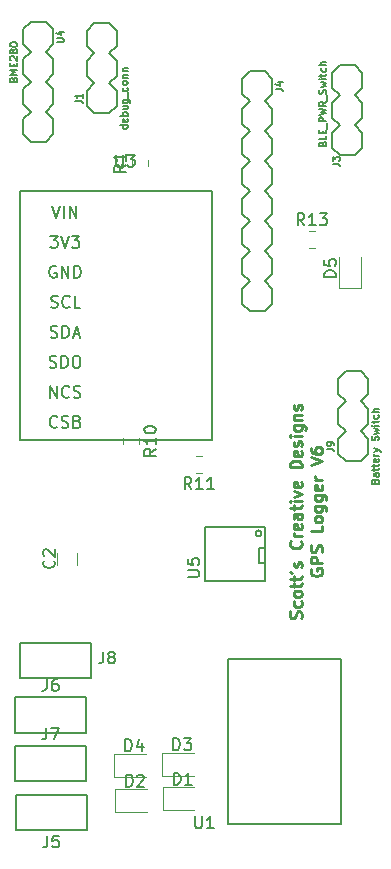
<source format=gbr>
G04 #@! TF.GenerationSoftware,KiCad,Pcbnew,(5.0.1)-rc2*
G04 #@! TF.CreationDate,2019-01-10T23:34:48-07:00*
G04 #@! TF.ProjectId,GPSLogger,4750534C6F676765722E6B696361645F,rev?*
G04 #@! TF.SameCoordinates,Original*
G04 #@! TF.FileFunction,Legend,Top*
G04 #@! TF.FilePolarity,Positive*
%FSLAX46Y46*%
G04 Gerber Fmt 4.6, Leading zero omitted, Abs format (unit mm)*
G04 Created by KiCad (PCBNEW (5.0.1)-rc2) date 1/10/2019 11:34:48 PM*
%MOMM*%
%LPD*%
G01*
G04 APERTURE LIST*
%ADD10C,0.250000*%
%ADD11C,0.120000*%
%ADD12C,0.150000*%
%ADD13C,0.203200*%
%ADD14C,0.127000*%
G04 APERTURE END LIST*
D10*
X157154761Y-77547619D02*
X157202380Y-77404761D01*
X157202380Y-77166666D01*
X157154761Y-77071428D01*
X157107142Y-77023809D01*
X157011904Y-76976190D01*
X156916666Y-76976190D01*
X156821428Y-77023809D01*
X156773809Y-77071428D01*
X156726190Y-77166666D01*
X156678571Y-77357142D01*
X156630952Y-77452380D01*
X156583333Y-77500000D01*
X156488095Y-77547619D01*
X156392857Y-77547619D01*
X156297619Y-77500000D01*
X156250000Y-77452380D01*
X156202380Y-77357142D01*
X156202380Y-77119047D01*
X156250000Y-76976190D01*
X157154761Y-76119047D02*
X157202380Y-76214285D01*
X157202380Y-76404761D01*
X157154761Y-76500000D01*
X157107142Y-76547619D01*
X157011904Y-76595238D01*
X156726190Y-76595238D01*
X156630952Y-76547619D01*
X156583333Y-76500000D01*
X156535714Y-76404761D01*
X156535714Y-76214285D01*
X156583333Y-76119047D01*
X157202380Y-75547619D02*
X157154761Y-75642857D01*
X157107142Y-75690476D01*
X157011904Y-75738095D01*
X156726190Y-75738095D01*
X156630952Y-75690476D01*
X156583333Y-75642857D01*
X156535714Y-75547619D01*
X156535714Y-75404761D01*
X156583333Y-75309523D01*
X156630952Y-75261904D01*
X156726190Y-75214285D01*
X157011904Y-75214285D01*
X157107142Y-75261904D01*
X157154761Y-75309523D01*
X157202380Y-75404761D01*
X157202380Y-75547619D01*
X156535714Y-74928571D02*
X156535714Y-74547619D01*
X156202380Y-74785714D02*
X157059523Y-74785714D01*
X157154761Y-74738095D01*
X157202380Y-74642857D01*
X157202380Y-74547619D01*
X156535714Y-74357142D02*
X156535714Y-73976190D01*
X156202380Y-74214285D02*
X157059523Y-74214285D01*
X157154761Y-74166666D01*
X157202380Y-74071428D01*
X157202380Y-73976190D01*
X156202380Y-73595238D02*
X156392857Y-73690476D01*
X157154761Y-73214285D02*
X157202380Y-73119047D01*
X157202380Y-72928571D01*
X157154761Y-72833333D01*
X157059523Y-72785714D01*
X157011904Y-72785714D01*
X156916666Y-72833333D01*
X156869047Y-72928571D01*
X156869047Y-73071428D01*
X156821428Y-73166666D01*
X156726190Y-73214285D01*
X156678571Y-73214285D01*
X156583333Y-73166666D01*
X156535714Y-73071428D01*
X156535714Y-72928571D01*
X156583333Y-72833333D01*
X157107142Y-71023809D02*
X157154761Y-71071428D01*
X157202380Y-71214285D01*
X157202380Y-71309523D01*
X157154761Y-71452380D01*
X157059523Y-71547619D01*
X156964285Y-71595238D01*
X156773809Y-71642857D01*
X156630952Y-71642857D01*
X156440476Y-71595238D01*
X156345238Y-71547619D01*
X156250000Y-71452380D01*
X156202380Y-71309523D01*
X156202380Y-71214285D01*
X156250000Y-71071428D01*
X156297619Y-71023809D01*
X157202380Y-70595238D02*
X156535714Y-70595238D01*
X156726190Y-70595238D02*
X156630952Y-70547619D01*
X156583333Y-70500000D01*
X156535714Y-70404761D01*
X156535714Y-70309523D01*
X157154761Y-69595238D02*
X157202380Y-69690476D01*
X157202380Y-69880952D01*
X157154761Y-69976190D01*
X157059523Y-70023809D01*
X156678571Y-70023809D01*
X156583333Y-69976190D01*
X156535714Y-69880952D01*
X156535714Y-69690476D01*
X156583333Y-69595238D01*
X156678571Y-69547619D01*
X156773809Y-69547619D01*
X156869047Y-70023809D01*
X157202380Y-68690476D02*
X156678571Y-68690476D01*
X156583333Y-68738095D01*
X156535714Y-68833333D01*
X156535714Y-69023809D01*
X156583333Y-69119047D01*
X157154761Y-68690476D02*
X157202380Y-68785714D01*
X157202380Y-69023809D01*
X157154761Y-69119047D01*
X157059523Y-69166666D01*
X156964285Y-69166666D01*
X156869047Y-69119047D01*
X156821428Y-69023809D01*
X156821428Y-68785714D01*
X156773809Y-68690476D01*
X156535714Y-68357142D02*
X156535714Y-67976190D01*
X156202380Y-68214285D02*
X157059523Y-68214285D01*
X157154761Y-68166666D01*
X157202380Y-68071428D01*
X157202380Y-67976190D01*
X157202380Y-67642857D02*
X156535714Y-67642857D01*
X156202380Y-67642857D02*
X156250000Y-67690476D01*
X156297619Y-67642857D01*
X156250000Y-67595238D01*
X156202380Y-67642857D01*
X156297619Y-67642857D01*
X156535714Y-67261904D02*
X157202380Y-67023809D01*
X156535714Y-66785714D01*
X157154761Y-66023809D02*
X157202380Y-66119047D01*
X157202380Y-66309523D01*
X157154761Y-66404761D01*
X157059523Y-66452380D01*
X156678571Y-66452380D01*
X156583333Y-66404761D01*
X156535714Y-66309523D01*
X156535714Y-66119047D01*
X156583333Y-66023809D01*
X156678571Y-65976190D01*
X156773809Y-65976190D01*
X156869047Y-66452380D01*
X157202380Y-64785714D02*
X156202380Y-64785714D01*
X156202380Y-64547619D01*
X156250000Y-64404761D01*
X156345238Y-64309523D01*
X156440476Y-64261904D01*
X156630952Y-64214285D01*
X156773809Y-64214285D01*
X156964285Y-64261904D01*
X157059523Y-64309523D01*
X157154761Y-64404761D01*
X157202380Y-64547619D01*
X157202380Y-64785714D01*
X157154761Y-63404761D02*
X157202380Y-63500000D01*
X157202380Y-63690476D01*
X157154761Y-63785714D01*
X157059523Y-63833333D01*
X156678571Y-63833333D01*
X156583333Y-63785714D01*
X156535714Y-63690476D01*
X156535714Y-63500000D01*
X156583333Y-63404761D01*
X156678571Y-63357142D01*
X156773809Y-63357142D01*
X156869047Y-63833333D01*
X157154761Y-62976190D02*
X157202380Y-62880952D01*
X157202380Y-62690476D01*
X157154761Y-62595238D01*
X157059523Y-62547619D01*
X157011904Y-62547619D01*
X156916666Y-62595238D01*
X156869047Y-62690476D01*
X156869047Y-62833333D01*
X156821428Y-62928571D01*
X156726190Y-62976190D01*
X156678571Y-62976190D01*
X156583333Y-62928571D01*
X156535714Y-62833333D01*
X156535714Y-62690476D01*
X156583333Y-62595238D01*
X157202380Y-62119047D02*
X156535714Y-62119047D01*
X156202380Y-62119047D02*
X156250000Y-62166666D01*
X156297619Y-62119047D01*
X156250000Y-62071428D01*
X156202380Y-62119047D01*
X156297619Y-62119047D01*
X156535714Y-61214285D02*
X157345238Y-61214285D01*
X157440476Y-61261904D01*
X157488095Y-61309523D01*
X157535714Y-61404761D01*
X157535714Y-61547619D01*
X157488095Y-61642857D01*
X157154761Y-61214285D02*
X157202380Y-61309523D01*
X157202380Y-61500000D01*
X157154761Y-61595238D01*
X157107142Y-61642857D01*
X157011904Y-61690476D01*
X156726190Y-61690476D01*
X156630952Y-61642857D01*
X156583333Y-61595238D01*
X156535714Y-61500000D01*
X156535714Y-61309523D01*
X156583333Y-61214285D01*
X156535714Y-60738095D02*
X157202380Y-60738095D01*
X156630952Y-60738095D02*
X156583333Y-60690476D01*
X156535714Y-60595238D01*
X156535714Y-60452380D01*
X156583333Y-60357142D01*
X156678571Y-60309523D01*
X157202380Y-60309523D01*
X157154761Y-59880952D02*
X157202380Y-59785714D01*
X157202380Y-59595238D01*
X157154761Y-59500000D01*
X157059523Y-59452380D01*
X157011904Y-59452380D01*
X156916666Y-59500000D01*
X156869047Y-59595238D01*
X156869047Y-59738095D01*
X156821428Y-59833333D01*
X156726190Y-59880952D01*
X156678571Y-59880952D01*
X156583333Y-59833333D01*
X156535714Y-59738095D01*
X156535714Y-59595238D01*
X156583333Y-59500000D01*
X158000000Y-73380952D02*
X157952380Y-73476190D01*
X157952380Y-73619047D01*
X158000000Y-73761904D01*
X158095238Y-73857142D01*
X158190476Y-73904761D01*
X158380952Y-73952380D01*
X158523809Y-73952380D01*
X158714285Y-73904761D01*
X158809523Y-73857142D01*
X158904761Y-73761904D01*
X158952380Y-73619047D01*
X158952380Y-73523809D01*
X158904761Y-73380952D01*
X158857142Y-73333333D01*
X158523809Y-73333333D01*
X158523809Y-73523809D01*
X158952380Y-72904761D02*
X157952380Y-72904761D01*
X157952380Y-72523809D01*
X158000000Y-72428571D01*
X158047619Y-72380952D01*
X158142857Y-72333333D01*
X158285714Y-72333333D01*
X158380952Y-72380952D01*
X158428571Y-72428571D01*
X158476190Y-72523809D01*
X158476190Y-72904761D01*
X158904761Y-71952380D02*
X158952380Y-71809523D01*
X158952380Y-71571428D01*
X158904761Y-71476190D01*
X158857142Y-71428571D01*
X158761904Y-71380952D01*
X158666666Y-71380952D01*
X158571428Y-71428571D01*
X158523809Y-71476190D01*
X158476190Y-71571428D01*
X158428571Y-71761904D01*
X158380952Y-71857142D01*
X158333333Y-71904761D01*
X158238095Y-71952380D01*
X158142857Y-71952380D01*
X158047619Y-71904761D01*
X158000000Y-71857142D01*
X157952380Y-71761904D01*
X157952380Y-71523809D01*
X158000000Y-71380952D01*
X158952380Y-69714285D02*
X158952380Y-70190476D01*
X157952380Y-70190476D01*
X158952380Y-69238095D02*
X158904761Y-69333333D01*
X158857142Y-69380952D01*
X158761904Y-69428571D01*
X158476190Y-69428571D01*
X158380952Y-69380952D01*
X158333333Y-69333333D01*
X158285714Y-69238095D01*
X158285714Y-69095238D01*
X158333333Y-69000000D01*
X158380952Y-68952380D01*
X158476190Y-68904761D01*
X158761904Y-68904761D01*
X158857142Y-68952380D01*
X158904761Y-69000000D01*
X158952380Y-69095238D01*
X158952380Y-69238095D01*
X158285714Y-68047619D02*
X159095238Y-68047619D01*
X159190476Y-68095238D01*
X159238095Y-68142857D01*
X159285714Y-68238095D01*
X159285714Y-68380952D01*
X159238095Y-68476190D01*
X158904761Y-68047619D02*
X158952380Y-68142857D01*
X158952380Y-68333333D01*
X158904761Y-68428571D01*
X158857142Y-68476190D01*
X158761904Y-68523809D01*
X158476190Y-68523809D01*
X158380952Y-68476190D01*
X158333333Y-68428571D01*
X158285714Y-68333333D01*
X158285714Y-68142857D01*
X158333333Y-68047619D01*
X158285714Y-67142857D02*
X159095238Y-67142857D01*
X159190476Y-67190476D01*
X159238095Y-67238095D01*
X159285714Y-67333333D01*
X159285714Y-67476190D01*
X159238095Y-67571428D01*
X158904761Y-67142857D02*
X158952380Y-67238095D01*
X158952380Y-67428571D01*
X158904761Y-67523809D01*
X158857142Y-67571428D01*
X158761904Y-67619047D01*
X158476190Y-67619047D01*
X158380952Y-67571428D01*
X158333333Y-67523809D01*
X158285714Y-67428571D01*
X158285714Y-67238095D01*
X158333333Y-67142857D01*
X158904761Y-66285714D02*
X158952380Y-66380952D01*
X158952380Y-66571428D01*
X158904761Y-66666666D01*
X158809523Y-66714285D01*
X158428571Y-66714285D01*
X158333333Y-66666666D01*
X158285714Y-66571428D01*
X158285714Y-66380952D01*
X158333333Y-66285714D01*
X158428571Y-66238095D01*
X158523809Y-66238095D01*
X158619047Y-66714285D01*
X158952380Y-65809523D02*
X158285714Y-65809523D01*
X158476190Y-65809523D02*
X158380952Y-65761904D01*
X158333333Y-65714285D01*
X158285714Y-65619047D01*
X158285714Y-65523809D01*
X157952380Y-64571428D02*
X158952380Y-64238095D01*
X157952380Y-63904761D01*
X157952380Y-63142857D02*
X157952380Y-63333333D01*
X158000000Y-63428571D01*
X158047619Y-63476190D01*
X158190476Y-63571428D01*
X158380952Y-63619047D01*
X158761904Y-63619047D01*
X158857142Y-63571428D01*
X158904761Y-63523809D01*
X158952380Y-63428571D01*
X158952380Y-63238095D01*
X158904761Y-63142857D01*
X158857142Y-63095238D01*
X158761904Y-63047619D01*
X158523809Y-63047619D01*
X158428571Y-63095238D01*
X158380952Y-63142857D01*
X158333333Y-63238095D01*
X158333333Y-63428571D01*
X158380952Y-63523809D01*
X158428571Y-63571428D01*
X158523809Y-63619047D01*
D11*
G04 #@! TO.C,D3*
X148066000Y-88956000D02*
X145381000Y-88956000D01*
X145381000Y-88956000D02*
X145381000Y-90876000D01*
X145381000Y-90876000D02*
X148066000Y-90876000D01*
D12*
G04 #@! TO.C,J8*
X139325000Y-82650000D02*
X139325000Y-79650000D01*
X133325000Y-82650000D02*
X139325000Y-82650000D01*
X133325000Y-79650000D02*
X133325000Y-82650000D01*
X139325000Y-79650000D02*
X133325000Y-79650000D01*
D11*
G04 #@! TO.C,C2*
X138200500Y-73001000D02*
X138200500Y-72001000D01*
X136500500Y-72001000D02*
X136500500Y-73001000D01*
D13*
G04 #@! TO.C,J1*
X139636500Y-29718000D02*
X139001500Y-29083000D01*
X139001500Y-29083000D02*
X139001500Y-27813000D01*
X139001500Y-27813000D02*
X139636500Y-27178000D01*
X140906500Y-27178000D02*
X141541500Y-27813000D01*
X141541500Y-27813000D02*
X141541500Y-29083000D01*
X141541500Y-29083000D02*
X140906500Y-29718000D01*
X139001500Y-34163000D02*
X139001500Y-32893000D01*
X139001500Y-32893000D02*
X139636500Y-32258000D01*
X140906500Y-32258000D02*
X141541500Y-32893000D01*
X139636500Y-32258000D02*
X139001500Y-31623000D01*
X139001500Y-31623000D02*
X139001500Y-30353000D01*
X139001500Y-30353000D02*
X139636500Y-29718000D01*
X140906500Y-29718000D02*
X141541500Y-30353000D01*
X141541500Y-30353000D02*
X141541500Y-31623000D01*
X141541500Y-31623000D02*
X140906500Y-32258000D01*
X139636500Y-34798000D02*
X140906500Y-34798000D01*
X139001500Y-34163000D02*
X139636500Y-34798000D01*
X140906500Y-34798000D02*
X141541500Y-34163000D01*
X141541500Y-32893000D02*
X141541500Y-34163000D01*
X139636500Y-27178000D02*
X140906500Y-27178000D01*
G04 #@! TO.C,J3*
X160401000Y-30734000D02*
X161671000Y-30734000D01*
X162306000Y-36449000D02*
X162306000Y-37719000D01*
X161671000Y-38354000D02*
X162306000Y-37719000D01*
X159766000Y-37719000D02*
X160401000Y-38354000D01*
X160401000Y-38354000D02*
X161671000Y-38354000D01*
X162306000Y-35179000D02*
X161671000Y-35814000D01*
X162306000Y-33909000D02*
X162306000Y-35179000D01*
X161671000Y-33274000D02*
X162306000Y-33909000D01*
X159766000Y-33909000D02*
X160401000Y-33274000D01*
X159766000Y-35179000D02*
X159766000Y-33909000D01*
X160401000Y-35814000D02*
X159766000Y-35179000D01*
X161671000Y-35814000D02*
X162306000Y-36449000D01*
X159766000Y-36449000D02*
X160401000Y-35814000D01*
X159766000Y-37719000D02*
X159766000Y-36449000D01*
X162306000Y-32639000D02*
X161671000Y-33274000D01*
X162306000Y-31369000D02*
X162306000Y-32639000D01*
X161671000Y-30734000D02*
X162306000Y-31369000D01*
X159766000Y-31369000D02*
X160401000Y-30734000D01*
X159766000Y-32639000D02*
X159766000Y-31369000D01*
X160401000Y-33274000D02*
X159766000Y-32639000D01*
G04 #@! TO.C,J4*
X152146000Y-50927000D02*
X152146000Y-49657000D01*
X152781000Y-49022000D02*
X152146000Y-49657000D01*
X154686000Y-49657000D02*
X154051000Y-49022000D01*
X152781000Y-51562000D02*
X152146000Y-50927000D01*
X154051000Y-51562000D02*
X152781000Y-51562000D01*
X154686000Y-50927000D02*
X154051000Y-51562000D01*
X154686000Y-49657000D02*
X154686000Y-50927000D01*
X152146000Y-33147000D02*
X152146000Y-31877000D01*
X152781000Y-31242000D02*
X152146000Y-31877000D01*
X154686000Y-31877000D02*
X154051000Y-31242000D01*
X154051000Y-31242000D02*
X152781000Y-31242000D01*
X152146000Y-34417000D02*
X152781000Y-33782000D01*
X152146000Y-35687000D02*
X152146000Y-34417000D01*
X152781000Y-36322000D02*
X152146000Y-35687000D01*
X154686000Y-35687000D02*
X154051000Y-36322000D01*
X154686000Y-34417000D02*
X154686000Y-35687000D01*
X154051000Y-33782000D02*
X154686000Y-34417000D01*
X152781000Y-33782000D02*
X152146000Y-33147000D01*
X154686000Y-33147000D02*
X154051000Y-33782000D01*
X154686000Y-31877000D02*
X154686000Y-33147000D01*
X152146000Y-40767000D02*
X152146000Y-39497000D01*
X152781000Y-38862000D02*
X152146000Y-39497000D01*
X154686000Y-39497000D02*
X154051000Y-38862000D01*
X152146000Y-36957000D02*
X152781000Y-36322000D01*
X152146000Y-38227000D02*
X152146000Y-36957000D01*
X152781000Y-38862000D02*
X152146000Y-38227000D01*
X154686000Y-38227000D02*
X154051000Y-38862000D01*
X154686000Y-36957000D02*
X154686000Y-38227000D01*
X154051000Y-36322000D02*
X154686000Y-36957000D01*
X152146000Y-42037000D02*
X152781000Y-41402000D01*
X152146000Y-43307000D02*
X152146000Y-42037000D01*
X152781000Y-43942000D02*
X152146000Y-43307000D01*
X154686000Y-43307000D02*
X154051000Y-43942000D01*
X154686000Y-42037000D02*
X154686000Y-43307000D01*
X154051000Y-41402000D02*
X154686000Y-42037000D01*
X152781000Y-41402000D02*
X152146000Y-40767000D01*
X154686000Y-40767000D02*
X154051000Y-41402000D01*
X154686000Y-39497000D02*
X154686000Y-40767000D01*
X152146000Y-48387000D02*
X152146000Y-47117000D01*
X152781000Y-46482000D02*
X152146000Y-47117000D01*
X154686000Y-47117000D02*
X154051000Y-46482000D01*
X152146000Y-44577000D02*
X152781000Y-43942000D01*
X152146000Y-45847000D02*
X152146000Y-44577000D01*
X152781000Y-46482000D02*
X152146000Y-45847000D01*
X154686000Y-45847000D02*
X154051000Y-46482000D01*
X154686000Y-44577000D02*
X154686000Y-45847000D01*
X154051000Y-43942000D02*
X154686000Y-44577000D01*
X152781000Y-49022000D02*
X152146000Y-48387000D01*
X154686000Y-48387000D02*
X154051000Y-49022000D01*
X154686000Y-47117000D02*
X154686000Y-48387000D01*
G04 #@! TO.C,J9*
X160909000Y-59182000D02*
X160274000Y-58547000D01*
X160274000Y-58547000D02*
X160274000Y-57277000D01*
X160274000Y-57277000D02*
X160909000Y-56642000D01*
X162179000Y-56642000D02*
X162814000Y-57277000D01*
X162814000Y-57277000D02*
X162814000Y-58547000D01*
X162814000Y-58547000D02*
X162179000Y-59182000D01*
X160274000Y-63627000D02*
X160274000Y-62357000D01*
X160274000Y-62357000D02*
X160909000Y-61722000D01*
X162179000Y-61722000D02*
X162814000Y-62357000D01*
X160909000Y-61722000D02*
X160274000Y-61087000D01*
X160274000Y-61087000D02*
X160274000Y-59817000D01*
X160274000Y-59817000D02*
X160909000Y-59182000D01*
X162179000Y-59182000D02*
X162814000Y-59817000D01*
X162814000Y-59817000D02*
X162814000Y-61087000D01*
X162814000Y-61087000D02*
X162179000Y-61722000D01*
X160909000Y-64262000D02*
X162179000Y-64262000D01*
X160274000Y-63627000D02*
X160909000Y-64262000D01*
X162179000Y-64262000D02*
X162814000Y-63627000D01*
X162814000Y-62357000D02*
X162814000Y-63627000D01*
X160909000Y-56642000D02*
X162179000Y-56642000D01*
G04 #@! TO.C,U4*
X136144000Y-35306000D02*
X136144000Y-36576000D01*
X136144000Y-36576000D02*
X135509000Y-37211000D01*
X134239000Y-37211000D02*
X133604000Y-36576000D01*
X135509000Y-32131000D02*
X136144000Y-32766000D01*
X136144000Y-32766000D02*
X136144000Y-34036000D01*
X136144000Y-34036000D02*
X135509000Y-34671000D01*
X134239000Y-34671000D02*
X133604000Y-34036000D01*
X133604000Y-34036000D02*
X133604000Y-32766000D01*
X133604000Y-32766000D02*
X134239000Y-32131000D01*
X136144000Y-35306000D02*
X135509000Y-34671000D01*
X134239000Y-34671000D02*
X133604000Y-35306000D01*
X133604000Y-36576000D02*
X133604000Y-35306000D01*
X136144000Y-27686000D02*
X136144000Y-28956000D01*
X136144000Y-28956000D02*
X135509000Y-29591000D01*
X134239000Y-29591000D02*
X133604000Y-28956000D01*
X135509000Y-29591000D02*
X136144000Y-30226000D01*
X136144000Y-30226000D02*
X136144000Y-31496000D01*
X136144000Y-31496000D02*
X135509000Y-32131000D01*
X134239000Y-32131000D02*
X133604000Y-31496000D01*
X133604000Y-31496000D02*
X133604000Y-30226000D01*
X133604000Y-30226000D02*
X134239000Y-29591000D01*
X135509000Y-27051000D02*
X134239000Y-27051000D01*
X136144000Y-27686000D02*
X135509000Y-27051000D01*
X134239000Y-27051000D02*
X133604000Y-27686000D01*
X133604000Y-28956000D02*
X133604000Y-27686000D01*
X135509000Y-37211000D02*
X134239000Y-37211000D01*
D12*
G04 #@! TO.C,U3*
X133350000Y-62484000D02*
X133350000Y-41484000D01*
X133350000Y-41402000D02*
X149606000Y-41402000D01*
X149606000Y-41484000D02*
X149606000Y-62484000D01*
X149550000Y-62484000D02*
X133350000Y-62484000D01*
G04 #@! TO.C,U5*
X153543000Y-71628000D02*
X154051000Y-71628000D01*
X153543000Y-72898000D02*
X153543000Y-71628000D01*
X154051000Y-72898000D02*
X153543000Y-72898000D01*
X154051000Y-69850000D02*
X154051000Y-74422000D01*
X148971000Y-69850000D02*
X154051000Y-69850000D01*
X148971000Y-74422000D02*
X148971000Y-69850000D01*
X154051000Y-74422000D02*
X148971000Y-74422000D01*
X153797000Y-70358000D02*
G75*
G03X153797000Y-70358000I-254000J0D01*
G01*
G04 #@! TO.C,U1*
X160528000Y-80996000D02*
X150928000Y-80996000D01*
X150928000Y-80996000D02*
X150928000Y-94996000D01*
X160528000Y-94996000D02*
X160528000Y-80996000D01*
X160528000Y-94996000D02*
X150928000Y-94996000D01*
D11*
G04 #@! TO.C,D1*
X148109000Y-91877000D02*
X145424000Y-91877000D01*
X145424000Y-91877000D02*
X145424000Y-93797000D01*
X145424000Y-93797000D02*
X148109000Y-93797000D01*
G04 #@! TO.C,D2*
X141377500Y-93960000D02*
X144062500Y-93960000D01*
X141377500Y-92040000D02*
X141377500Y-93960000D01*
X144062500Y-92040000D02*
X141377500Y-92040000D01*
G04 #@! TO.C,D4*
X144000000Y-89040000D02*
X141315000Y-89040000D01*
X141315000Y-89040000D02*
X141315000Y-90960000D01*
X141315000Y-90960000D02*
X144000000Y-90960000D01*
G04 #@! TO.C,D5*
X162250000Y-49612500D02*
X162250000Y-46927500D01*
X160330000Y-49612500D02*
X162250000Y-49612500D01*
X160330000Y-46927500D02*
X160330000Y-49612500D01*
G04 #@! TO.C,R1*
X142800000Y-39296078D02*
X142800000Y-38778922D01*
X144220000Y-39296078D02*
X144220000Y-38778922D01*
G04 #@! TO.C,R10*
X143458000Y-62303922D02*
X143458000Y-62821078D01*
X142038000Y-62303922D02*
X142038000Y-62821078D01*
G04 #@! TO.C,R11*
X148770078Y-63806000D02*
X148252922Y-63806000D01*
X148770078Y-65226000D02*
X148252922Y-65226000D01*
G04 #@! TO.C,R13*
X157807922Y-46176000D02*
X158325078Y-46176000D01*
X157807922Y-44756000D02*
X158325078Y-44756000D01*
D12*
G04 #@! TO.C,J5*
X133000000Y-95500000D02*
X139000000Y-95500000D01*
X139000000Y-95500000D02*
X139000000Y-92500000D01*
X139000000Y-92500000D02*
X133000000Y-92500000D01*
X133000000Y-92500000D02*
X133000000Y-95500000D01*
G04 #@! TO.C,J6*
X138950000Y-87250000D02*
X138950000Y-84250000D01*
X132950000Y-87250000D02*
X138950000Y-87250000D01*
X132950000Y-84250000D02*
X132950000Y-87250000D01*
X138950000Y-84250000D02*
X132950000Y-84250000D01*
G04 #@! TO.C,J7*
X138925000Y-88350000D02*
X132925000Y-88350000D01*
X132925000Y-88350000D02*
X132925000Y-91350000D01*
X132925000Y-91350000D02*
X138925000Y-91350000D01*
X138925000Y-91350000D02*
X138925000Y-88350000D01*
G04 #@! TO.C,D3*
X146327904Y-88718380D02*
X146327904Y-87718380D01*
X146566000Y-87718380D01*
X146708857Y-87766000D01*
X146804095Y-87861238D01*
X146851714Y-87956476D01*
X146899333Y-88146952D01*
X146899333Y-88289809D01*
X146851714Y-88480285D01*
X146804095Y-88575523D01*
X146708857Y-88670761D01*
X146566000Y-88718380D01*
X146327904Y-88718380D01*
X147232666Y-87718380D02*
X147851714Y-87718380D01*
X147518380Y-88099333D01*
X147661238Y-88099333D01*
X147756476Y-88146952D01*
X147804095Y-88194571D01*
X147851714Y-88289809D01*
X147851714Y-88527904D01*
X147804095Y-88623142D01*
X147756476Y-88670761D01*
X147661238Y-88718380D01*
X147375523Y-88718380D01*
X147280285Y-88670761D01*
X147232666Y-88623142D01*
G04 #@! TO.C,J8*
X140388666Y-80372380D02*
X140388666Y-81086666D01*
X140341047Y-81229523D01*
X140245809Y-81324761D01*
X140102952Y-81372380D01*
X140007714Y-81372380D01*
X141007714Y-80800952D02*
X140912476Y-80753333D01*
X140864857Y-80705714D01*
X140817238Y-80610476D01*
X140817238Y-80562857D01*
X140864857Y-80467619D01*
X140912476Y-80420000D01*
X141007714Y-80372380D01*
X141198190Y-80372380D01*
X141293428Y-80420000D01*
X141341047Y-80467619D01*
X141388666Y-80562857D01*
X141388666Y-80610476D01*
X141341047Y-80705714D01*
X141293428Y-80753333D01*
X141198190Y-80800952D01*
X141007714Y-80800952D01*
X140912476Y-80848571D01*
X140864857Y-80896190D01*
X140817238Y-80991428D01*
X140817238Y-81181904D01*
X140864857Y-81277142D01*
X140912476Y-81324761D01*
X141007714Y-81372380D01*
X141198190Y-81372380D01*
X141293428Y-81324761D01*
X141341047Y-81277142D01*
X141388666Y-81181904D01*
X141388666Y-80991428D01*
X141341047Y-80896190D01*
X141293428Y-80848571D01*
X141198190Y-80800952D01*
G04 #@! TO.C,C2*
X136207642Y-72667666D02*
X136255261Y-72715285D01*
X136302880Y-72858142D01*
X136302880Y-72953380D01*
X136255261Y-73096238D01*
X136160023Y-73191476D01*
X136064785Y-73239095D01*
X135874309Y-73286714D01*
X135731452Y-73286714D01*
X135540976Y-73239095D01*
X135445738Y-73191476D01*
X135350500Y-73096238D01*
X135302880Y-72953380D01*
X135302880Y-72858142D01*
X135350500Y-72715285D01*
X135398119Y-72667666D01*
X135398119Y-72286714D02*
X135350500Y-72239095D01*
X135302880Y-72143857D01*
X135302880Y-71905761D01*
X135350500Y-71810523D01*
X135398119Y-71762904D01*
X135493357Y-71715285D01*
X135588595Y-71715285D01*
X135731452Y-71762904D01*
X136302880Y-72334333D01*
X136302880Y-71715285D01*
G04 #@! TO.C,J1*
D14*
X138032671Y-33731200D02*
X138468100Y-33731200D01*
X138555185Y-33760228D01*
X138613242Y-33818285D01*
X138642271Y-33905371D01*
X138642271Y-33963428D01*
X138642271Y-33121600D02*
X138642271Y-33469942D01*
X138642271Y-33295771D02*
X138032671Y-33295771D01*
X138119757Y-33353828D01*
X138177814Y-33411885D01*
X138206842Y-33469942D01*
X142452271Y-35806742D02*
X141842671Y-35806742D01*
X142423242Y-35806742D02*
X142452271Y-35864800D01*
X142452271Y-35980914D01*
X142423242Y-36038971D01*
X142394214Y-36068000D01*
X142336157Y-36097028D01*
X142161985Y-36097028D01*
X142103928Y-36068000D01*
X142074900Y-36038971D01*
X142045871Y-35980914D01*
X142045871Y-35864800D01*
X142074900Y-35806742D01*
X142423242Y-35284228D02*
X142452271Y-35342285D01*
X142452271Y-35458400D01*
X142423242Y-35516457D01*
X142365185Y-35545485D01*
X142132957Y-35545485D01*
X142074900Y-35516457D01*
X142045871Y-35458400D01*
X142045871Y-35342285D01*
X142074900Y-35284228D01*
X142132957Y-35255200D01*
X142191014Y-35255200D01*
X142249071Y-35545485D01*
X142452271Y-34993942D02*
X141842671Y-34993942D01*
X142074900Y-34993942D02*
X142045871Y-34935885D01*
X142045871Y-34819771D01*
X142074900Y-34761714D01*
X142103928Y-34732685D01*
X142161985Y-34703657D01*
X142336157Y-34703657D01*
X142394214Y-34732685D01*
X142423242Y-34761714D01*
X142452271Y-34819771D01*
X142452271Y-34935885D01*
X142423242Y-34993942D01*
X142045871Y-34181142D02*
X142452271Y-34181142D01*
X142045871Y-34442400D02*
X142365185Y-34442400D01*
X142423242Y-34413371D01*
X142452271Y-34355314D01*
X142452271Y-34268228D01*
X142423242Y-34210171D01*
X142394214Y-34181142D01*
X142045871Y-33629600D02*
X142539357Y-33629600D01*
X142597414Y-33658628D01*
X142626442Y-33687657D01*
X142655471Y-33745714D01*
X142655471Y-33832800D01*
X142626442Y-33890857D01*
X142423242Y-33629600D02*
X142452271Y-33687657D01*
X142452271Y-33803771D01*
X142423242Y-33861828D01*
X142394214Y-33890857D01*
X142336157Y-33919885D01*
X142161985Y-33919885D01*
X142103928Y-33890857D01*
X142074900Y-33861828D01*
X142045871Y-33803771D01*
X142045871Y-33687657D01*
X142074900Y-33629600D01*
X142510328Y-33484457D02*
X142510328Y-33020000D01*
X142423242Y-32613600D02*
X142452271Y-32671657D01*
X142452271Y-32787771D01*
X142423242Y-32845828D01*
X142394214Y-32874857D01*
X142336157Y-32903885D01*
X142161985Y-32903885D01*
X142103928Y-32874857D01*
X142074900Y-32845828D01*
X142045871Y-32787771D01*
X142045871Y-32671657D01*
X142074900Y-32613600D01*
X142452271Y-32265257D02*
X142423242Y-32323314D01*
X142394214Y-32352342D01*
X142336157Y-32381371D01*
X142161985Y-32381371D01*
X142103928Y-32352342D01*
X142074900Y-32323314D01*
X142045871Y-32265257D01*
X142045871Y-32178171D01*
X142074900Y-32120114D01*
X142103928Y-32091085D01*
X142161985Y-32062057D01*
X142336157Y-32062057D01*
X142394214Y-32091085D01*
X142423242Y-32120114D01*
X142452271Y-32178171D01*
X142452271Y-32265257D01*
X142045871Y-31800800D02*
X142452271Y-31800800D01*
X142103928Y-31800800D02*
X142074900Y-31771771D01*
X142045871Y-31713714D01*
X142045871Y-31626628D01*
X142074900Y-31568571D01*
X142132957Y-31539542D01*
X142452271Y-31539542D01*
X142045871Y-31249257D02*
X142452271Y-31249257D01*
X142103928Y-31249257D02*
X142074900Y-31220228D01*
X142045871Y-31162171D01*
X142045871Y-31075085D01*
X142074900Y-31017028D01*
X142132957Y-30988000D01*
X142452271Y-30988000D01*
G04 #@! TO.C,J3*
X159813171Y-39065200D02*
X160248600Y-39065200D01*
X160335685Y-39094228D01*
X160393742Y-39152285D01*
X160422771Y-39239371D01*
X160422771Y-39297428D01*
X159813171Y-38832971D02*
X159813171Y-38455600D01*
X160045400Y-38658800D01*
X160045400Y-38571714D01*
X160074428Y-38513657D01*
X160103457Y-38484628D01*
X160161514Y-38455600D01*
X160306657Y-38455600D01*
X160364714Y-38484628D01*
X160393742Y-38513657D01*
X160422771Y-38571714D01*
X160422771Y-38745885D01*
X160393742Y-38803942D01*
X160364714Y-38832971D01*
X158960457Y-37403314D02*
X158989485Y-37316228D01*
X159018514Y-37287200D01*
X159076571Y-37258171D01*
X159163657Y-37258171D01*
X159221714Y-37287200D01*
X159250742Y-37316228D01*
X159279771Y-37374285D01*
X159279771Y-37606514D01*
X158670171Y-37606514D01*
X158670171Y-37403314D01*
X158699200Y-37345257D01*
X158728228Y-37316228D01*
X158786285Y-37287200D01*
X158844342Y-37287200D01*
X158902400Y-37316228D01*
X158931428Y-37345257D01*
X158960457Y-37403314D01*
X158960457Y-37606514D01*
X159279771Y-36706628D02*
X159279771Y-36996914D01*
X158670171Y-36996914D01*
X158960457Y-36503428D02*
X158960457Y-36300228D01*
X159279771Y-36213142D02*
X159279771Y-36503428D01*
X158670171Y-36503428D01*
X158670171Y-36213142D01*
X159337828Y-36097028D02*
X159337828Y-35632571D01*
X159279771Y-35487428D02*
X158670171Y-35487428D01*
X158670171Y-35255200D01*
X158699200Y-35197142D01*
X158728228Y-35168114D01*
X158786285Y-35139085D01*
X158873371Y-35139085D01*
X158931428Y-35168114D01*
X158960457Y-35197142D01*
X158989485Y-35255200D01*
X158989485Y-35487428D01*
X158670171Y-34935885D02*
X159279771Y-34790742D01*
X158844342Y-34674628D01*
X159279771Y-34558514D01*
X158670171Y-34413371D01*
X159279771Y-33832800D02*
X158989485Y-34036000D01*
X159279771Y-34181142D02*
X158670171Y-34181142D01*
X158670171Y-33948914D01*
X158699200Y-33890857D01*
X158728228Y-33861828D01*
X158786285Y-33832800D01*
X158873371Y-33832800D01*
X158931428Y-33861828D01*
X158960457Y-33890857D01*
X158989485Y-33948914D01*
X158989485Y-34181142D01*
X159337828Y-33716685D02*
X159337828Y-33252228D01*
X159250742Y-33136114D02*
X159279771Y-33049028D01*
X159279771Y-32903885D01*
X159250742Y-32845828D01*
X159221714Y-32816800D01*
X159163657Y-32787771D01*
X159105600Y-32787771D01*
X159047542Y-32816800D01*
X159018514Y-32845828D01*
X158989485Y-32903885D01*
X158960457Y-33020000D01*
X158931428Y-33078057D01*
X158902400Y-33107085D01*
X158844342Y-33136114D01*
X158786285Y-33136114D01*
X158728228Y-33107085D01*
X158699200Y-33078057D01*
X158670171Y-33020000D01*
X158670171Y-32874857D01*
X158699200Y-32787771D01*
X158873371Y-32584571D02*
X159279771Y-32468457D01*
X158989485Y-32352342D01*
X159279771Y-32236228D01*
X158873371Y-32120114D01*
X159279771Y-31887885D02*
X158873371Y-31887885D01*
X158670171Y-31887885D02*
X158699200Y-31916914D01*
X158728228Y-31887885D01*
X158699200Y-31858857D01*
X158670171Y-31887885D01*
X158728228Y-31887885D01*
X158873371Y-31684685D02*
X158873371Y-31452457D01*
X158670171Y-31597600D02*
X159192685Y-31597600D01*
X159250742Y-31568571D01*
X159279771Y-31510514D01*
X159279771Y-31452457D01*
X159250742Y-30988000D02*
X159279771Y-31046057D01*
X159279771Y-31162171D01*
X159250742Y-31220228D01*
X159221714Y-31249257D01*
X159163657Y-31278285D01*
X158989485Y-31278285D01*
X158931428Y-31249257D01*
X158902400Y-31220228D01*
X158873371Y-31162171D01*
X158873371Y-31046057D01*
X158902400Y-30988000D01*
X159279771Y-30726742D02*
X158670171Y-30726742D01*
X159279771Y-30465485D02*
X158960457Y-30465485D01*
X158902400Y-30494514D01*
X158873371Y-30552571D01*
X158873371Y-30639657D01*
X158902400Y-30697714D01*
X158931428Y-30726742D01*
G04 #@! TO.C,J4*
X154987171Y-32715200D02*
X155422600Y-32715200D01*
X155509685Y-32744228D01*
X155567742Y-32802285D01*
X155596771Y-32889371D01*
X155596771Y-32947428D01*
X155190371Y-32163657D02*
X155596771Y-32163657D01*
X154958142Y-32308800D02*
X155393571Y-32453942D01*
X155393571Y-32076571D01*
G04 #@! TO.C,J9*
X159305171Y-63195200D02*
X159740600Y-63195200D01*
X159827685Y-63224228D01*
X159885742Y-63282285D01*
X159914771Y-63369371D01*
X159914771Y-63427428D01*
X159914771Y-62875885D02*
X159914771Y-62759771D01*
X159885742Y-62701714D01*
X159856714Y-62672685D01*
X159769628Y-62614628D01*
X159653514Y-62585600D01*
X159421285Y-62585600D01*
X159363228Y-62614628D01*
X159334200Y-62643657D01*
X159305171Y-62701714D01*
X159305171Y-62817828D01*
X159334200Y-62875885D01*
X159363228Y-62904914D01*
X159421285Y-62933942D01*
X159566428Y-62933942D01*
X159624485Y-62904914D01*
X159653514Y-62875885D01*
X159682542Y-62817828D01*
X159682542Y-62701714D01*
X159653514Y-62643657D01*
X159624485Y-62614628D01*
X159566428Y-62585600D01*
X163405457Y-65952914D02*
X163434485Y-65865828D01*
X163463514Y-65836800D01*
X163521571Y-65807771D01*
X163608657Y-65807771D01*
X163666714Y-65836800D01*
X163695742Y-65865828D01*
X163724771Y-65923885D01*
X163724771Y-66156114D01*
X163115171Y-66156114D01*
X163115171Y-65952914D01*
X163144200Y-65894857D01*
X163173228Y-65865828D01*
X163231285Y-65836800D01*
X163289342Y-65836800D01*
X163347400Y-65865828D01*
X163376428Y-65894857D01*
X163405457Y-65952914D01*
X163405457Y-66156114D01*
X163724771Y-65285257D02*
X163405457Y-65285257D01*
X163347400Y-65314285D01*
X163318371Y-65372342D01*
X163318371Y-65488457D01*
X163347400Y-65546514D01*
X163695742Y-65285257D02*
X163724771Y-65343314D01*
X163724771Y-65488457D01*
X163695742Y-65546514D01*
X163637685Y-65575542D01*
X163579628Y-65575542D01*
X163521571Y-65546514D01*
X163492542Y-65488457D01*
X163492542Y-65343314D01*
X163463514Y-65285257D01*
X163318371Y-65082057D02*
X163318371Y-64849828D01*
X163115171Y-64994971D02*
X163637685Y-64994971D01*
X163695742Y-64965942D01*
X163724771Y-64907885D01*
X163724771Y-64849828D01*
X163318371Y-64733714D02*
X163318371Y-64501485D01*
X163115171Y-64646628D02*
X163637685Y-64646628D01*
X163695742Y-64617600D01*
X163724771Y-64559542D01*
X163724771Y-64501485D01*
X163695742Y-64066057D02*
X163724771Y-64124114D01*
X163724771Y-64240228D01*
X163695742Y-64298285D01*
X163637685Y-64327314D01*
X163405457Y-64327314D01*
X163347400Y-64298285D01*
X163318371Y-64240228D01*
X163318371Y-64124114D01*
X163347400Y-64066057D01*
X163405457Y-64037028D01*
X163463514Y-64037028D01*
X163521571Y-64327314D01*
X163724771Y-63775771D02*
X163318371Y-63775771D01*
X163434485Y-63775771D02*
X163376428Y-63746742D01*
X163347400Y-63717714D01*
X163318371Y-63659657D01*
X163318371Y-63601600D01*
X163318371Y-63456457D02*
X163724771Y-63311314D01*
X163318371Y-63166171D02*
X163724771Y-63311314D01*
X163869914Y-63369371D01*
X163898942Y-63398400D01*
X163927971Y-63456457D01*
X163695742Y-62498514D02*
X163724771Y-62411428D01*
X163724771Y-62266285D01*
X163695742Y-62208228D01*
X163666714Y-62179200D01*
X163608657Y-62150171D01*
X163550600Y-62150171D01*
X163492542Y-62179200D01*
X163463514Y-62208228D01*
X163434485Y-62266285D01*
X163405457Y-62382400D01*
X163376428Y-62440457D01*
X163347400Y-62469485D01*
X163289342Y-62498514D01*
X163231285Y-62498514D01*
X163173228Y-62469485D01*
X163144200Y-62440457D01*
X163115171Y-62382400D01*
X163115171Y-62237257D01*
X163144200Y-62150171D01*
X163318371Y-61946971D02*
X163724771Y-61830857D01*
X163434485Y-61714742D01*
X163724771Y-61598628D01*
X163318371Y-61482514D01*
X163724771Y-61250285D02*
X163318371Y-61250285D01*
X163115171Y-61250285D02*
X163144200Y-61279314D01*
X163173228Y-61250285D01*
X163144200Y-61221257D01*
X163115171Y-61250285D01*
X163173228Y-61250285D01*
X163318371Y-61047085D02*
X163318371Y-60814857D01*
X163115171Y-60960000D02*
X163637685Y-60960000D01*
X163695742Y-60930971D01*
X163724771Y-60872914D01*
X163724771Y-60814857D01*
X163695742Y-60350400D02*
X163724771Y-60408457D01*
X163724771Y-60524571D01*
X163695742Y-60582628D01*
X163666714Y-60611657D01*
X163608657Y-60640685D01*
X163434485Y-60640685D01*
X163376428Y-60611657D01*
X163347400Y-60582628D01*
X163318371Y-60524571D01*
X163318371Y-60408457D01*
X163347400Y-60350400D01*
X163724771Y-60089142D02*
X163115171Y-60089142D01*
X163724771Y-59827885D02*
X163405457Y-59827885D01*
X163347400Y-59856914D01*
X163318371Y-59914971D01*
X163318371Y-60002057D01*
X163347400Y-60060114D01*
X163376428Y-60089142D01*
G04 #@! TO.C,U4*
X136445171Y-28785457D02*
X136938657Y-28785457D01*
X136996714Y-28756428D01*
X137025742Y-28727400D01*
X137054771Y-28669342D01*
X137054771Y-28553228D01*
X137025742Y-28495171D01*
X136996714Y-28466142D01*
X136938657Y-28437114D01*
X136445171Y-28437114D01*
X136648371Y-27885571D02*
X137054771Y-27885571D01*
X136416142Y-28030714D02*
X136851571Y-28175857D01*
X136851571Y-27798485D01*
X132798457Y-31931428D02*
X132827485Y-31844342D01*
X132856514Y-31815314D01*
X132914571Y-31786285D01*
X133001657Y-31786285D01*
X133059714Y-31815314D01*
X133088742Y-31844342D01*
X133117771Y-31902400D01*
X133117771Y-32134628D01*
X132508171Y-32134628D01*
X132508171Y-31931428D01*
X132537200Y-31873371D01*
X132566228Y-31844342D01*
X132624285Y-31815314D01*
X132682342Y-31815314D01*
X132740400Y-31844342D01*
X132769428Y-31873371D01*
X132798457Y-31931428D01*
X132798457Y-32134628D01*
X133117771Y-31525028D02*
X132508171Y-31525028D01*
X132943600Y-31321828D01*
X132508171Y-31118628D01*
X133117771Y-31118628D01*
X132798457Y-30828342D02*
X132798457Y-30625142D01*
X133117771Y-30538057D02*
X133117771Y-30828342D01*
X132508171Y-30828342D01*
X132508171Y-30538057D01*
X132566228Y-30305828D02*
X132537200Y-30276800D01*
X132508171Y-30218742D01*
X132508171Y-30073600D01*
X132537200Y-30015542D01*
X132566228Y-29986514D01*
X132624285Y-29957485D01*
X132682342Y-29957485D01*
X132769428Y-29986514D01*
X133117771Y-30334857D01*
X133117771Y-29957485D01*
X132769428Y-29609142D02*
X132740400Y-29667200D01*
X132711371Y-29696228D01*
X132653314Y-29725257D01*
X132624285Y-29725257D01*
X132566228Y-29696228D01*
X132537200Y-29667200D01*
X132508171Y-29609142D01*
X132508171Y-29493028D01*
X132537200Y-29434971D01*
X132566228Y-29405942D01*
X132624285Y-29376914D01*
X132653314Y-29376914D01*
X132711371Y-29405942D01*
X132740400Y-29434971D01*
X132769428Y-29493028D01*
X132769428Y-29609142D01*
X132798457Y-29667200D01*
X132827485Y-29696228D01*
X132885542Y-29725257D01*
X133001657Y-29725257D01*
X133059714Y-29696228D01*
X133088742Y-29667200D01*
X133117771Y-29609142D01*
X133117771Y-29493028D01*
X133088742Y-29434971D01*
X133059714Y-29405942D01*
X133001657Y-29376914D01*
X132885542Y-29376914D01*
X132827485Y-29405942D01*
X132798457Y-29434971D01*
X132769428Y-29493028D01*
X132508171Y-28999542D02*
X132508171Y-28941485D01*
X132537200Y-28883428D01*
X132566228Y-28854400D01*
X132624285Y-28825371D01*
X132740400Y-28796342D01*
X132885542Y-28796342D01*
X133001657Y-28825371D01*
X133059714Y-28854400D01*
X133088742Y-28883428D01*
X133117771Y-28941485D01*
X133117771Y-28999542D01*
X133088742Y-29057600D01*
X133059714Y-29086628D01*
X133001657Y-29115657D01*
X132885542Y-29144685D01*
X132740400Y-29144685D01*
X132624285Y-29115657D01*
X132566228Y-29086628D01*
X132537200Y-29057600D01*
X132508171Y-28999542D01*
G04 #@! TO.C,U3*
D12*
X141478095Y-38306380D02*
X141478095Y-39115904D01*
X141525714Y-39211142D01*
X141573333Y-39258761D01*
X141668571Y-39306380D01*
X141859047Y-39306380D01*
X141954285Y-39258761D01*
X142001904Y-39211142D01*
X142049523Y-39115904D01*
X142049523Y-38306380D01*
X142430476Y-38306380D02*
X143049523Y-38306380D01*
X142716190Y-38687333D01*
X142859047Y-38687333D01*
X142954285Y-38734952D01*
X143001904Y-38782571D01*
X143049523Y-38877809D01*
X143049523Y-39115904D01*
X143001904Y-39211142D01*
X142954285Y-39258761D01*
X142859047Y-39306380D01*
X142573333Y-39306380D01*
X142478095Y-39258761D01*
X142430476Y-39211142D01*
X136493333Y-61317142D02*
X136445714Y-61364761D01*
X136302857Y-61412380D01*
X136207619Y-61412380D01*
X136064761Y-61364761D01*
X135969523Y-61269523D01*
X135921904Y-61174285D01*
X135874285Y-60983809D01*
X135874285Y-60840952D01*
X135921904Y-60650476D01*
X135969523Y-60555238D01*
X136064761Y-60460000D01*
X136207619Y-60412380D01*
X136302857Y-60412380D01*
X136445714Y-60460000D01*
X136493333Y-60507619D01*
X136874285Y-61364761D02*
X137017142Y-61412380D01*
X137255238Y-61412380D01*
X137350476Y-61364761D01*
X137398095Y-61317142D01*
X137445714Y-61221904D01*
X137445714Y-61126666D01*
X137398095Y-61031428D01*
X137350476Y-60983809D01*
X137255238Y-60936190D01*
X137064761Y-60888571D01*
X136969523Y-60840952D01*
X136921904Y-60793333D01*
X136874285Y-60698095D01*
X136874285Y-60602857D01*
X136921904Y-60507619D01*
X136969523Y-60460000D01*
X137064761Y-60412380D01*
X137302857Y-60412380D01*
X137445714Y-60460000D01*
X138207619Y-60888571D02*
X138350476Y-60936190D01*
X138398095Y-60983809D01*
X138445714Y-61079047D01*
X138445714Y-61221904D01*
X138398095Y-61317142D01*
X138350476Y-61364761D01*
X138255238Y-61412380D01*
X137874285Y-61412380D01*
X137874285Y-60412380D01*
X138207619Y-60412380D01*
X138302857Y-60460000D01*
X138350476Y-60507619D01*
X138398095Y-60602857D01*
X138398095Y-60698095D01*
X138350476Y-60793333D01*
X138302857Y-60840952D01*
X138207619Y-60888571D01*
X137874285Y-60888571D01*
X135898095Y-58872380D02*
X135898095Y-57872380D01*
X136469523Y-58872380D01*
X136469523Y-57872380D01*
X137517142Y-58777142D02*
X137469523Y-58824761D01*
X137326666Y-58872380D01*
X137231428Y-58872380D01*
X137088571Y-58824761D01*
X136993333Y-58729523D01*
X136945714Y-58634285D01*
X136898095Y-58443809D01*
X136898095Y-58300952D01*
X136945714Y-58110476D01*
X136993333Y-58015238D01*
X137088571Y-57920000D01*
X137231428Y-57872380D01*
X137326666Y-57872380D01*
X137469523Y-57920000D01*
X137517142Y-57967619D01*
X137898095Y-58824761D02*
X138040952Y-58872380D01*
X138279047Y-58872380D01*
X138374285Y-58824761D01*
X138421904Y-58777142D01*
X138469523Y-58681904D01*
X138469523Y-58586666D01*
X138421904Y-58491428D01*
X138374285Y-58443809D01*
X138279047Y-58396190D01*
X138088571Y-58348571D01*
X137993333Y-58300952D01*
X137945714Y-58253333D01*
X137898095Y-58158095D01*
X137898095Y-58062857D01*
X137945714Y-57967619D01*
X137993333Y-57920000D01*
X138088571Y-57872380D01*
X138326666Y-57872380D01*
X138469523Y-57920000D01*
X135850476Y-56284761D02*
X135993333Y-56332380D01*
X136231428Y-56332380D01*
X136326666Y-56284761D01*
X136374285Y-56237142D01*
X136421904Y-56141904D01*
X136421904Y-56046666D01*
X136374285Y-55951428D01*
X136326666Y-55903809D01*
X136231428Y-55856190D01*
X136040952Y-55808571D01*
X135945714Y-55760952D01*
X135898095Y-55713333D01*
X135850476Y-55618095D01*
X135850476Y-55522857D01*
X135898095Y-55427619D01*
X135945714Y-55380000D01*
X136040952Y-55332380D01*
X136279047Y-55332380D01*
X136421904Y-55380000D01*
X136850476Y-56332380D02*
X136850476Y-55332380D01*
X137088571Y-55332380D01*
X137231428Y-55380000D01*
X137326666Y-55475238D01*
X137374285Y-55570476D01*
X137421904Y-55760952D01*
X137421904Y-55903809D01*
X137374285Y-56094285D01*
X137326666Y-56189523D01*
X137231428Y-56284761D01*
X137088571Y-56332380D01*
X136850476Y-56332380D01*
X138040952Y-55332380D02*
X138231428Y-55332380D01*
X138326666Y-55380000D01*
X138421904Y-55475238D01*
X138469523Y-55665714D01*
X138469523Y-55999047D01*
X138421904Y-56189523D01*
X138326666Y-56284761D01*
X138231428Y-56332380D01*
X138040952Y-56332380D01*
X137945714Y-56284761D01*
X137850476Y-56189523D01*
X137802857Y-55999047D01*
X137802857Y-55665714D01*
X137850476Y-55475238D01*
X137945714Y-55380000D01*
X138040952Y-55332380D01*
X135945714Y-53744761D02*
X136088571Y-53792380D01*
X136326666Y-53792380D01*
X136421904Y-53744761D01*
X136469523Y-53697142D01*
X136517142Y-53601904D01*
X136517142Y-53506666D01*
X136469523Y-53411428D01*
X136421904Y-53363809D01*
X136326666Y-53316190D01*
X136136190Y-53268571D01*
X136040952Y-53220952D01*
X135993333Y-53173333D01*
X135945714Y-53078095D01*
X135945714Y-52982857D01*
X135993333Y-52887619D01*
X136040952Y-52840000D01*
X136136190Y-52792380D01*
X136374285Y-52792380D01*
X136517142Y-52840000D01*
X136945714Y-53792380D02*
X136945714Y-52792380D01*
X137183809Y-52792380D01*
X137326666Y-52840000D01*
X137421904Y-52935238D01*
X137469523Y-53030476D01*
X137517142Y-53220952D01*
X137517142Y-53363809D01*
X137469523Y-53554285D01*
X137421904Y-53649523D01*
X137326666Y-53744761D01*
X137183809Y-53792380D01*
X136945714Y-53792380D01*
X137898095Y-53506666D02*
X138374285Y-53506666D01*
X137802857Y-53792380D02*
X138136190Y-52792380D01*
X138469523Y-53792380D01*
X135969523Y-51204761D02*
X136112380Y-51252380D01*
X136350476Y-51252380D01*
X136445714Y-51204761D01*
X136493333Y-51157142D01*
X136540952Y-51061904D01*
X136540952Y-50966666D01*
X136493333Y-50871428D01*
X136445714Y-50823809D01*
X136350476Y-50776190D01*
X136160000Y-50728571D01*
X136064761Y-50680952D01*
X136017142Y-50633333D01*
X135969523Y-50538095D01*
X135969523Y-50442857D01*
X136017142Y-50347619D01*
X136064761Y-50300000D01*
X136160000Y-50252380D01*
X136398095Y-50252380D01*
X136540952Y-50300000D01*
X137540952Y-51157142D02*
X137493333Y-51204761D01*
X137350476Y-51252380D01*
X137255238Y-51252380D01*
X137112380Y-51204761D01*
X137017142Y-51109523D01*
X136969523Y-51014285D01*
X136921904Y-50823809D01*
X136921904Y-50680952D01*
X136969523Y-50490476D01*
X137017142Y-50395238D01*
X137112380Y-50300000D01*
X137255238Y-50252380D01*
X137350476Y-50252380D01*
X137493333Y-50300000D01*
X137540952Y-50347619D01*
X138445714Y-51252380D02*
X137969523Y-51252380D01*
X137969523Y-50252380D01*
X136398095Y-47760000D02*
X136302857Y-47712380D01*
X136160000Y-47712380D01*
X136017142Y-47760000D01*
X135921904Y-47855238D01*
X135874285Y-47950476D01*
X135826666Y-48140952D01*
X135826666Y-48283809D01*
X135874285Y-48474285D01*
X135921904Y-48569523D01*
X136017142Y-48664761D01*
X136160000Y-48712380D01*
X136255238Y-48712380D01*
X136398095Y-48664761D01*
X136445714Y-48617142D01*
X136445714Y-48283809D01*
X136255238Y-48283809D01*
X136874285Y-48712380D02*
X136874285Y-47712380D01*
X137445714Y-48712380D01*
X137445714Y-47712380D01*
X137921904Y-48712380D02*
X137921904Y-47712380D01*
X138160000Y-47712380D01*
X138302857Y-47760000D01*
X138398095Y-47855238D01*
X138445714Y-47950476D01*
X138493333Y-48140952D01*
X138493333Y-48283809D01*
X138445714Y-48474285D01*
X138398095Y-48569523D01*
X138302857Y-48664761D01*
X138160000Y-48712380D01*
X137921904Y-48712380D01*
X135921904Y-45172380D02*
X136540952Y-45172380D01*
X136207619Y-45553333D01*
X136350476Y-45553333D01*
X136445714Y-45600952D01*
X136493333Y-45648571D01*
X136540952Y-45743809D01*
X136540952Y-45981904D01*
X136493333Y-46077142D01*
X136445714Y-46124761D01*
X136350476Y-46172380D01*
X136064761Y-46172380D01*
X135969523Y-46124761D01*
X135921904Y-46077142D01*
X136826666Y-45172380D02*
X137160000Y-46172380D01*
X137493333Y-45172380D01*
X137731428Y-45172380D02*
X138350476Y-45172380D01*
X138017142Y-45553333D01*
X138160000Y-45553333D01*
X138255238Y-45600952D01*
X138302857Y-45648571D01*
X138350476Y-45743809D01*
X138350476Y-45981904D01*
X138302857Y-46077142D01*
X138255238Y-46124761D01*
X138160000Y-46172380D01*
X137874285Y-46172380D01*
X137779047Y-46124761D01*
X137731428Y-46077142D01*
X136064761Y-42632380D02*
X136398095Y-43632380D01*
X136731428Y-42632380D01*
X137064761Y-43632380D02*
X137064761Y-42632380D01*
X137540952Y-43632380D02*
X137540952Y-42632380D01*
X138112380Y-43632380D01*
X138112380Y-42632380D01*
G04 #@! TO.C,U5*
X147534380Y-74040904D02*
X148343904Y-74040904D01*
X148439142Y-73993285D01*
X148486761Y-73945666D01*
X148534380Y-73850428D01*
X148534380Y-73659952D01*
X148486761Y-73564714D01*
X148439142Y-73517095D01*
X148343904Y-73469476D01*
X147534380Y-73469476D01*
X147534380Y-72517095D02*
X147534380Y-72993285D01*
X148010571Y-73040904D01*
X147962952Y-72993285D01*
X147915333Y-72898047D01*
X147915333Y-72659952D01*
X147962952Y-72564714D01*
X148010571Y-72517095D01*
X148105809Y-72469476D01*
X148343904Y-72469476D01*
X148439142Y-72517095D01*
X148486761Y-72564714D01*
X148534380Y-72659952D01*
X148534380Y-72898047D01*
X148486761Y-72993285D01*
X148439142Y-73040904D01*
G04 #@! TO.C,U1*
X148166095Y-94321380D02*
X148166095Y-95130904D01*
X148213714Y-95226142D01*
X148261333Y-95273761D01*
X148356571Y-95321380D01*
X148547047Y-95321380D01*
X148642285Y-95273761D01*
X148689904Y-95226142D01*
X148737523Y-95130904D01*
X148737523Y-94321380D01*
X149737523Y-95321380D02*
X149166095Y-95321380D01*
X149451809Y-95321380D02*
X149451809Y-94321380D01*
X149356571Y-94464238D01*
X149261333Y-94559476D01*
X149166095Y-94607095D01*
G04 #@! TO.C,D1*
X146370904Y-91639380D02*
X146370904Y-90639380D01*
X146609000Y-90639380D01*
X146751857Y-90687000D01*
X146847095Y-90782238D01*
X146894714Y-90877476D01*
X146942333Y-91067952D01*
X146942333Y-91210809D01*
X146894714Y-91401285D01*
X146847095Y-91496523D01*
X146751857Y-91591761D01*
X146609000Y-91639380D01*
X146370904Y-91639380D01*
X147894714Y-91639380D02*
X147323285Y-91639380D01*
X147609000Y-91639380D02*
X147609000Y-90639380D01*
X147513761Y-90782238D01*
X147418523Y-90877476D01*
X147323285Y-90925095D01*
G04 #@! TO.C,D2*
X142324404Y-91802380D02*
X142324404Y-90802380D01*
X142562500Y-90802380D01*
X142705357Y-90850000D01*
X142800595Y-90945238D01*
X142848214Y-91040476D01*
X142895833Y-91230952D01*
X142895833Y-91373809D01*
X142848214Y-91564285D01*
X142800595Y-91659523D01*
X142705357Y-91754761D01*
X142562500Y-91802380D01*
X142324404Y-91802380D01*
X143276785Y-90897619D02*
X143324404Y-90850000D01*
X143419642Y-90802380D01*
X143657738Y-90802380D01*
X143752976Y-90850000D01*
X143800595Y-90897619D01*
X143848214Y-90992857D01*
X143848214Y-91088095D01*
X143800595Y-91230952D01*
X143229166Y-91802380D01*
X143848214Y-91802380D01*
G04 #@! TO.C,D4*
X142261904Y-88802380D02*
X142261904Y-87802380D01*
X142500000Y-87802380D01*
X142642857Y-87850000D01*
X142738095Y-87945238D01*
X142785714Y-88040476D01*
X142833333Y-88230952D01*
X142833333Y-88373809D01*
X142785714Y-88564285D01*
X142738095Y-88659523D01*
X142642857Y-88754761D01*
X142500000Y-88802380D01*
X142261904Y-88802380D01*
X143690476Y-88135714D02*
X143690476Y-88802380D01*
X143452380Y-87754761D02*
X143214285Y-88469047D01*
X143833333Y-88469047D01*
G04 #@! TO.C,D5*
X160092380Y-48665595D02*
X159092380Y-48665595D01*
X159092380Y-48427500D01*
X159140000Y-48284642D01*
X159235238Y-48189404D01*
X159330476Y-48141785D01*
X159520952Y-48094166D01*
X159663809Y-48094166D01*
X159854285Y-48141785D01*
X159949523Y-48189404D01*
X160044761Y-48284642D01*
X160092380Y-48427500D01*
X160092380Y-48665595D01*
X159092380Y-47189404D02*
X159092380Y-47665595D01*
X159568571Y-47713214D01*
X159520952Y-47665595D01*
X159473333Y-47570357D01*
X159473333Y-47332261D01*
X159520952Y-47237023D01*
X159568571Y-47189404D01*
X159663809Y-47141785D01*
X159901904Y-47141785D01*
X159997142Y-47189404D01*
X160044761Y-47237023D01*
X160092380Y-47332261D01*
X160092380Y-47570357D01*
X160044761Y-47665595D01*
X159997142Y-47713214D01*
G04 #@! TO.C,R1*
X142312380Y-39204166D02*
X141836190Y-39537500D01*
X142312380Y-39775595D02*
X141312380Y-39775595D01*
X141312380Y-39394642D01*
X141360000Y-39299404D01*
X141407619Y-39251785D01*
X141502857Y-39204166D01*
X141645714Y-39204166D01*
X141740952Y-39251785D01*
X141788571Y-39299404D01*
X141836190Y-39394642D01*
X141836190Y-39775595D01*
X142312380Y-38251785D02*
X142312380Y-38823214D01*
X142312380Y-38537500D02*
X141312380Y-38537500D01*
X141455238Y-38632738D01*
X141550476Y-38727976D01*
X141598095Y-38823214D01*
G04 #@! TO.C,R10*
X144850380Y-63205357D02*
X144374190Y-63538690D01*
X144850380Y-63776785D02*
X143850380Y-63776785D01*
X143850380Y-63395833D01*
X143898000Y-63300595D01*
X143945619Y-63252976D01*
X144040857Y-63205357D01*
X144183714Y-63205357D01*
X144278952Y-63252976D01*
X144326571Y-63300595D01*
X144374190Y-63395833D01*
X144374190Y-63776785D01*
X144850380Y-62252976D02*
X144850380Y-62824404D01*
X144850380Y-62538690D02*
X143850380Y-62538690D01*
X143993238Y-62633928D01*
X144088476Y-62729166D01*
X144136095Y-62824404D01*
X143850380Y-61633928D02*
X143850380Y-61538690D01*
X143898000Y-61443452D01*
X143945619Y-61395833D01*
X144040857Y-61348214D01*
X144231333Y-61300595D01*
X144469428Y-61300595D01*
X144659904Y-61348214D01*
X144755142Y-61395833D01*
X144802761Y-61443452D01*
X144850380Y-61538690D01*
X144850380Y-61633928D01*
X144802761Y-61729166D01*
X144755142Y-61776785D01*
X144659904Y-61824404D01*
X144469428Y-61872023D01*
X144231333Y-61872023D01*
X144040857Y-61824404D01*
X143945619Y-61776785D01*
X143898000Y-61729166D01*
X143850380Y-61633928D01*
G04 #@! TO.C,R11*
X147868642Y-66618380D02*
X147535309Y-66142190D01*
X147297214Y-66618380D02*
X147297214Y-65618380D01*
X147678166Y-65618380D01*
X147773404Y-65666000D01*
X147821023Y-65713619D01*
X147868642Y-65808857D01*
X147868642Y-65951714D01*
X147821023Y-66046952D01*
X147773404Y-66094571D01*
X147678166Y-66142190D01*
X147297214Y-66142190D01*
X148821023Y-66618380D02*
X148249595Y-66618380D01*
X148535309Y-66618380D02*
X148535309Y-65618380D01*
X148440071Y-65761238D01*
X148344833Y-65856476D01*
X148249595Y-65904095D01*
X149773404Y-66618380D02*
X149201976Y-66618380D01*
X149487690Y-66618380D02*
X149487690Y-65618380D01*
X149392452Y-65761238D01*
X149297214Y-65856476D01*
X149201976Y-65904095D01*
G04 #@! TO.C,R13*
X157423642Y-44268380D02*
X157090309Y-43792190D01*
X156852214Y-44268380D02*
X156852214Y-43268380D01*
X157233166Y-43268380D01*
X157328404Y-43316000D01*
X157376023Y-43363619D01*
X157423642Y-43458857D01*
X157423642Y-43601714D01*
X157376023Y-43696952D01*
X157328404Y-43744571D01*
X157233166Y-43792190D01*
X156852214Y-43792190D01*
X158376023Y-44268380D02*
X157804595Y-44268380D01*
X158090309Y-44268380D02*
X158090309Y-43268380D01*
X157995071Y-43411238D01*
X157899833Y-43506476D01*
X157804595Y-43554095D01*
X158709357Y-43268380D02*
X159328404Y-43268380D01*
X158995071Y-43649333D01*
X159137928Y-43649333D01*
X159233166Y-43696952D01*
X159280785Y-43744571D01*
X159328404Y-43839809D01*
X159328404Y-44077904D01*
X159280785Y-44173142D01*
X159233166Y-44220761D01*
X159137928Y-44268380D01*
X158852214Y-44268380D01*
X158756976Y-44220761D01*
X158709357Y-44173142D01*
G04 #@! TO.C,J5*
X135666666Y-95952380D02*
X135666666Y-96666666D01*
X135619047Y-96809523D01*
X135523809Y-96904761D01*
X135380952Y-96952380D01*
X135285714Y-96952380D01*
X136619047Y-95952380D02*
X136142857Y-95952380D01*
X136095238Y-96428571D01*
X136142857Y-96380952D01*
X136238095Y-96333333D01*
X136476190Y-96333333D01*
X136571428Y-96380952D01*
X136619047Y-96428571D01*
X136666666Y-96523809D01*
X136666666Y-96761904D01*
X136619047Y-96857142D01*
X136571428Y-96904761D01*
X136476190Y-96952380D01*
X136238095Y-96952380D01*
X136142857Y-96904761D01*
X136095238Y-96857142D01*
G04 #@! TO.C,J6*
X135616666Y-82702380D02*
X135616666Y-83416666D01*
X135569047Y-83559523D01*
X135473809Y-83654761D01*
X135330952Y-83702380D01*
X135235714Y-83702380D01*
X136521428Y-82702380D02*
X136330952Y-82702380D01*
X136235714Y-82750000D01*
X136188095Y-82797619D01*
X136092857Y-82940476D01*
X136045238Y-83130952D01*
X136045238Y-83511904D01*
X136092857Y-83607142D01*
X136140476Y-83654761D01*
X136235714Y-83702380D01*
X136426190Y-83702380D01*
X136521428Y-83654761D01*
X136569047Y-83607142D01*
X136616666Y-83511904D01*
X136616666Y-83273809D01*
X136569047Y-83178571D01*
X136521428Y-83130952D01*
X136426190Y-83083333D01*
X136235714Y-83083333D01*
X136140476Y-83130952D01*
X136092857Y-83178571D01*
X136045238Y-83273809D01*
G04 #@! TO.C,J7*
X135591666Y-86802380D02*
X135591666Y-87516666D01*
X135544047Y-87659523D01*
X135448809Y-87754761D01*
X135305952Y-87802380D01*
X135210714Y-87802380D01*
X135972619Y-86802380D02*
X136639285Y-86802380D01*
X136210714Y-87802380D01*
G04 #@! TD*
M02*

</source>
